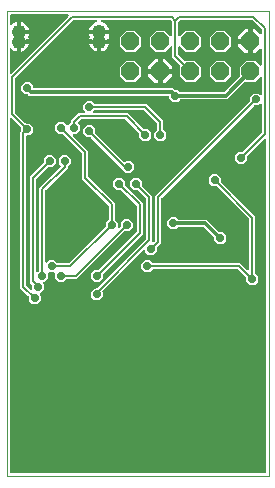
<source format=gbl>
G04 EAGLE Gerber RS-274X export*
G75*
%MOMM*%
%FSLAX34Y34*%
%LPD*%
%INBottom Copper*%
%IPPOS*%
%AMOC8*
5,1,8,0,0,1.08239X$1,22.5*%
G01*
%ADD10C,0.000000*%
%ADD11P,1.649562X8X22.500000*%
%ADD12C,1.228000*%
%ADD13C,0.704800*%
%ADD14C,0.304800*%
%ADD15C,0.203200*%

G36*
X218627Y2549D02*
X218627Y2549D01*
X218685Y2547D01*
X218767Y2569D01*
X218851Y2581D01*
X218904Y2604D01*
X218960Y2619D01*
X219033Y2662D01*
X219110Y2697D01*
X219155Y2735D01*
X219205Y2764D01*
X219263Y2826D01*
X219327Y2880D01*
X219359Y2929D01*
X219399Y2972D01*
X219438Y3047D01*
X219485Y3117D01*
X219502Y3173D01*
X219529Y3225D01*
X219540Y3293D01*
X219570Y3388D01*
X219573Y3488D01*
X219584Y3556D01*
X219584Y284978D01*
X219580Y285007D01*
X219583Y285036D01*
X219560Y285147D01*
X219544Y285259D01*
X219532Y285286D01*
X219527Y285315D01*
X219475Y285415D01*
X219428Y285519D01*
X219409Y285541D01*
X219396Y285567D01*
X219318Y285649D01*
X219245Y285736D01*
X219220Y285752D01*
X219200Y285773D01*
X219102Y285830D01*
X219008Y285893D01*
X218980Y285902D01*
X218955Y285917D01*
X218845Y285945D01*
X218737Y285979D01*
X218707Y285980D01*
X218679Y285987D01*
X218566Y285983D01*
X218453Y285986D01*
X218424Y285979D01*
X218395Y285978D01*
X218287Y285943D01*
X218178Y285914D01*
X218152Y285899D01*
X218124Y285890D01*
X218061Y285845D01*
X217933Y285769D01*
X217890Y285723D01*
X217851Y285695D01*
X203784Y271628D01*
X203731Y271558D01*
X203671Y271494D01*
X203646Y271445D01*
X203613Y271401D01*
X203582Y271319D01*
X203542Y271241D01*
X203534Y271194D01*
X203511Y271135D01*
X203499Y270987D01*
X203486Y270910D01*
X203486Y267784D01*
X200529Y264826D01*
X196346Y264826D01*
X193389Y267784D01*
X193389Y271966D01*
X196346Y274924D01*
X199473Y274924D01*
X199559Y274936D01*
X199647Y274939D01*
X199699Y274956D01*
X199754Y274964D01*
X199834Y274999D01*
X199917Y275026D01*
X199956Y275054D01*
X200013Y275080D01*
X200127Y275176D01*
X200190Y275221D01*
X215731Y290762D01*
X215783Y290831D01*
X215843Y290895D01*
X215869Y290945D01*
X215902Y290989D01*
X215933Y291070D01*
X215973Y291148D01*
X215981Y291196D01*
X216003Y291254D01*
X216015Y291402D01*
X216028Y291479D01*
X216028Y314387D01*
X216024Y314416D01*
X216027Y314446D01*
X216004Y314557D01*
X215988Y314669D01*
X215976Y314695D01*
X215971Y314724D01*
X215918Y314825D01*
X215872Y314928D01*
X215853Y314951D01*
X215840Y314977D01*
X215762Y315059D01*
X215689Y315145D01*
X215664Y315161D01*
X215644Y315183D01*
X215546Y315240D01*
X215452Y315303D01*
X215424Y315312D01*
X215399Y315326D01*
X215289Y315354D01*
X215181Y315389D01*
X215151Y315389D01*
X215123Y315397D01*
X215010Y315393D01*
X214897Y315396D01*
X214868Y315388D01*
X214839Y315387D01*
X214731Y315353D01*
X214622Y315324D01*
X214596Y315309D01*
X214568Y315300D01*
X214504Y315254D01*
X214377Y315179D01*
X214334Y315133D01*
X214295Y315105D01*
X213229Y314039D01*
X210102Y314039D01*
X210016Y314027D01*
X209928Y314024D01*
X209876Y314007D01*
X209821Y313999D01*
X209741Y313963D01*
X209658Y313936D01*
X209619Y313908D01*
X209562Y313883D01*
X209448Y313787D01*
X209385Y313741D01*
X131426Y235782D01*
X131373Y235713D01*
X131313Y235649D01*
X131288Y235599D01*
X131255Y235555D01*
X131224Y235474D01*
X131184Y235396D01*
X131176Y235348D01*
X131153Y235290D01*
X131147Y235218D01*
X131142Y235201D01*
X131141Y235138D01*
X131128Y235065D01*
X131128Y197385D01*
X127584Y193840D01*
X127531Y193771D01*
X127471Y193707D01*
X127446Y193657D01*
X127413Y193613D01*
X127382Y193532D01*
X127342Y193454D01*
X127334Y193406D01*
X127311Y193348D01*
X127299Y193200D01*
X127286Y193123D01*
X127286Y189996D01*
X124329Y187039D01*
X120146Y187039D01*
X117189Y189996D01*
X117189Y190520D01*
X117185Y190549D01*
X117187Y190578D01*
X117165Y190689D01*
X117149Y190801D01*
X117137Y190828D01*
X117131Y190857D01*
X117079Y190957D01*
X117033Y191061D01*
X117014Y191083D01*
X117000Y191109D01*
X116922Y191191D01*
X116849Y191278D01*
X116825Y191294D01*
X116804Y191315D01*
X116707Y191372D01*
X116612Y191435D01*
X116584Y191444D01*
X116559Y191459D01*
X116450Y191487D01*
X116341Y191521D01*
X116312Y191522D01*
X116284Y191529D01*
X116171Y191525D01*
X116057Y191528D01*
X116029Y191521D01*
X115999Y191520D01*
X115892Y191485D01*
X115782Y191456D01*
X115757Y191441D01*
X115729Y191432D01*
X115665Y191387D01*
X115538Y191311D01*
X115495Y191265D01*
X115456Y191237D01*
X81491Y157273D01*
X81455Y157226D01*
X81413Y157185D01*
X81370Y157113D01*
X81320Y157045D01*
X81299Y156991D01*
X81269Y156940D01*
X81249Y156858D01*
X81219Y156780D01*
X81214Y156721D01*
X81199Y156664D01*
X81202Y156580D01*
X81195Y156496D01*
X81207Y156439D01*
X81208Y156380D01*
X81234Y156300D01*
X81249Y156228D01*
X81249Y151896D01*
X78291Y148939D01*
X74109Y148939D01*
X71151Y151896D01*
X71151Y156079D01*
X74109Y159036D01*
X75648Y159036D01*
X75734Y159048D01*
X75822Y159051D01*
X75874Y159068D01*
X75929Y159076D01*
X76009Y159112D01*
X76092Y159139D01*
X76131Y159167D01*
X76188Y159192D01*
X76302Y159288D01*
X76365Y159334D01*
X117812Y200780D01*
X117864Y200850D01*
X117924Y200914D01*
X117950Y200963D01*
X117983Y201007D01*
X118014Y201089D01*
X118054Y201167D01*
X118062Y201214D01*
X118084Y201273D01*
X118090Y201345D01*
X118095Y201362D01*
X118097Y201424D01*
X118109Y201498D01*
X118109Y235065D01*
X118102Y235118D01*
X118103Y235149D01*
X118096Y235173D01*
X118094Y235239D01*
X118077Y235291D01*
X118069Y235346D01*
X118034Y235426D01*
X118007Y235509D01*
X117979Y235548D01*
X117953Y235605D01*
X117857Y235719D01*
X117812Y235782D01*
X111290Y242304D01*
X111221Y242356D01*
X111157Y242416D01*
X111107Y242442D01*
X111063Y242475D01*
X110982Y242506D01*
X110904Y242546D01*
X110856Y242554D01*
X110798Y242576D01*
X110650Y242588D01*
X110573Y242601D01*
X107446Y242601D01*
X104489Y245559D01*
X104489Y249741D01*
X107446Y252699D01*
X111629Y252699D01*
X114586Y249741D01*
X114586Y246615D01*
X114598Y246528D01*
X114601Y246441D01*
X114618Y246388D01*
X114626Y246333D01*
X114662Y246254D01*
X114689Y246170D01*
X114717Y246131D01*
X114742Y246074D01*
X114838Y245961D01*
X114884Y245897D01*
X123191Y237590D01*
X123191Y199085D01*
X123195Y199056D01*
X123192Y199027D01*
X123215Y198916D01*
X123231Y198803D01*
X123243Y198777D01*
X123248Y198748D01*
X123301Y198647D01*
X123347Y198544D01*
X123366Y198522D01*
X123379Y198496D01*
X123457Y198413D01*
X123530Y198327D01*
X123555Y198311D01*
X123575Y198289D01*
X123673Y198232D01*
X123767Y198169D01*
X123795Y198161D01*
X123820Y198146D01*
X123930Y198118D01*
X124038Y198084D01*
X124068Y198083D01*
X124096Y198076D01*
X124209Y198079D01*
X124322Y198076D01*
X124351Y198084D01*
X124380Y198085D01*
X124488Y198120D01*
X124597Y198148D01*
X124623Y198163D01*
X124651Y198172D01*
X124715Y198218D01*
X124842Y198293D01*
X124885Y198339D01*
X124924Y198367D01*
X125749Y199193D01*
X125802Y199262D01*
X125862Y199326D01*
X125887Y199376D01*
X125920Y199420D01*
X125951Y199501D01*
X125991Y199579D01*
X125999Y199627D01*
X126022Y199685D01*
X126034Y199833D01*
X126047Y199910D01*
X126047Y237590D01*
X205791Y317335D01*
X205844Y317404D01*
X205904Y317468D01*
X205929Y317518D01*
X205962Y317562D01*
X205993Y317643D01*
X206033Y317721D01*
X206041Y317769D01*
X206064Y317827D01*
X206076Y317975D01*
X206089Y318052D01*
X206089Y321179D01*
X209046Y324136D01*
X213229Y324136D01*
X214295Y323070D01*
X214319Y323052D01*
X214338Y323030D01*
X214432Y322967D01*
X214522Y322899D01*
X214550Y322889D01*
X214574Y322872D01*
X214682Y322838D01*
X214788Y322798D01*
X214817Y322795D01*
X214845Y322786D01*
X214959Y322784D01*
X215071Y322774D01*
X215100Y322780D01*
X215129Y322779D01*
X215239Y322808D01*
X215350Y322830D01*
X215376Y322844D01*
X215404Y322851D01*
X215502Y322909D01*
X215602Y322961D01*
X215624Y322981D01*
X215649Y322996D01*
X215726Y323079D01*
X215808Y323157D01*
X215823Y323182D01*
X215843Y323204D01*
X215895Y323304D01*
X215952Y323402D01*
X215959Y323431D01*
X215973Y323457D01*
X215986Y323534D01*
X216022Y323678D01*
X216020Y323740D01*
X216028Y323788D01*
X216028Y337170D01*
X216024Y337199D01*
X216027Y337228D01*
X216004Y337339D01*
X215988Y337451D01*
X215976Y337478D01*
X215971Y337507D01*
X215919Y337607D01*
X215872Y337711D01*
X215853Y337733D01*
X215840Y337759D01*
X215762Y337841D01*
X215689Y337928D01*
X215664Y337944D01*
X215644Y337965D01*
X215546Y338022D01*
X215452Y338085D01*
X215424Y338094D01*
X215399Y338109D01*
X215289Y338137D01*
X215181Y338171D01*
X215151Y338172D01*
X215123Y338179D01*
X215010Y338175D01*
X214897Y338178D01*
X214868Y338171D01*
X214839Y338170D01*
X214731Y338135D01*
X214622Y338106D01*
X214596Y338091D01*
X214568Y338082D01*
X214505Y338037D01*
X214377Y337961D01*
X214334Y337916D01*
X214295Y337888D01*
X210163Y333755D01*
X202495Y333755D01*
X202450Y333781D01*
X202369Y333802D01*
X202290Y333832D01*
X202231Y333837D01*
X202175Y333851D01*
X202090Y333849D01*
X202006Y333856D01*
X201949Y333844D01*
X201890Y333842D01*
X201810Y333817D01*
X201728Y333800D01*
X201676Y333773D01*
X201620Y333755D01*
X201564Y333715D01*
X201475Y333669D01*
X201403Y333600D01*
X201347Y333560D01*
X189084Y321297D01*
X189083Y321297D01*
X187000Y319214D01*
X147387Y319214D01*
X147300Y319202D01*
X147213Y319199D01*
X147160Y319182D01*
X147105Y319174D01*
X147025Y319138D01*
X146942Y319111D01*
X146903Y319083D01*
X146846Y319058D01*
X146733Y318962D01*
X146669Y318916D01*
X144966Y317214D01*
X140784Y317214D01*
X137826Y320171D01*
X137826Y321374D01*
X137819Y321425D01*
X137820Y321446D01*
X137819Y321450D01*
X137820Y321490D01*
X137798Y321571D01*
X137786Y321655D01*
X137763Y321708D01*
X137748Y321765D01*
X137705Y321837D01*
X137670Y321914D01*
X137632Y321959D01*
X137603Y322009D01*
X137541Y322067D01*
X137487Y322131D01*
X137438Y322164D01*
X137395Y322204D01*
X137320Y322242D01*
X137250Y322289D01*
X137194Y322307D01*
X137142Y322333D01*
X137074Y322345D01*
X136979Y322375D01*
X136879Y322377D01*
X136811Y322389D01*
X19375Y322389D01*
X18497Y323266D01*
X18427Y323319D01*
X18363Y323379D01*
X18314Y323404D01*
X18270Y323437D01*
X18188Y323468D01*
X18110Y323508D01*
X18063Y323516D01*
X18004Y323539D01*
X17856Y323551D01*
X17779Y323564D01*
X15371Y323564D01*
X12414Y326521D01*
X12414Y330704D01*
X15371Y333661D01*
X19554Y333661D01*
X22511Y330704D01*
X22511Y329501D01*
X22519Y329444D01*
X22518Y329385D01*
X22539Y329304D01*
X22551Y329220D01*
X22575Y329167D01*
X22590Y329110D01*
X22633Y329038D01*
X22667Y328961D01*
X22705Y328916D01*
X22735Y328866D01*
X22797Y328808D01*
X22851Y328744D01*
X22900Y328711D01*
X22942Y328671D01*
X23017Y328633D01*
X23088Y328586D01*
X23143Y328568D01*
X23195Y328542D01*
X23263Y328530D01*
X23359Y328500D01*
X23458Y328498D01*
X23526Y328486D01*
X140963Y328486D01*
X141840Y327609D01*
X141910Y327556D01*
X141974Y327496D01*
X142024Y327471D01*
X142068Y327438D01*
X142149Y327407D01*
X142227Y327367D01*
X142275Y327359D01*
X142333Y327336D01*
X142481Y327324D01*
X142558Y327311D01*
X144966Y327311D01*
X146669Y325609D01*
X146739Y325556D01*
X146803Y325496D01*
X146852Y325471D01*
X146896Y325438D01*
X146978Y325407D01*
X147056Y325367D01*
X147103Y325359D01*
X147162Y325336D01*
X147309Y325324D01*
X147387Y325311D01*
X184054Y325311D01*
X184141Y325323D01*
X184228Y325326D01*
X184281Y325343D01*
X184336Y325351D01*
X184415Y325387D01*
X184499Y325414D01*
X184538Y325442D01*
X184595Y325467D01*
X184708Y325563D01*
X184772Y325609D01*
X197035Y337872D01*
X197052Y337895D01*
X197074Y337913D01*
X197090Y337938D01*
X197113Y337959D01*
X197155Y338031D01*
X197206Y338099D01*
X197217Y338127D01*
X197232Y338150D01*
X197240Y338176D01*
X197256Y338204D01*
X197277Y338286D01*
X197307Y338364D01*
X197310Y338397D01*
X197317Y338421D01*
X197318Y338447D01*
X197326Y338480D01*
X197324Y338564D01*
X197331Y338648D01*
X197324Y338681D01*
X197325Y338705D01*
X197318Y338729D01*
X197317Y338764D01*
X197291Y338844D01*
X197275Y338926D01*
X197259Y338957D01*
X197253Y338980D01*
X197241Y339000D01*
X197230Y339033D01*
X197230Y346688D01*
X202587Y352045D01*
X210163Y352045D01*
X214295Y347912D01*
X214319Y347895D01*
X214338Y347872D01*
X214432Y347810D01*
X214522Y347742D01*
X214550Y347731D01*
X214574Y347715D01*
X214682Y347681D01*
X214788Y347640D01*
X214817Y347638D01*
X214845Y347629D01*
X214959Y347626D01*
X215071Y347617D01*
X215100Y347623D01*
X215129Y347622D01*
X215239Y347650D01*
X215350Y347673D01*
X215376Y347686D01*
X215404Y347694D01*
X215502Y347751D01*
X215602Y347804D01*
X215624Y347824D01*
X215649Y347839D01*
X215726Y347921D01*
X215808Y347999D01*
X215823Y348025D01*
X215843Y348046D01*
X215895Y348147D01*
X215952Y348245D01*
X215959Y348273D01*
X215973Y348299D01*
X215986Y348377D01*
X216022Y348520D01*
X216020Y348583D01*
X216028Y348630D01*
X216028Y361133D01*
X216024Y361162D01*
X216027Y361191D01*
X216004Y361302D01*
X215988Y361414D01*
X215976Y361441D01*
X215971Y361470D01*
X215919Y361570D01*
X215872Y361674D01*
X215853Y361696D01*
X215840Y361722D01*
X215762Y361804D01*
X215689Y361891D01*
X215664Y361907D01*
X215644Y361928D01*
X215546Y361985D01*
X215452Y362048D01*
X215424Y362057D01*
X215399Y362072D01*
X215289Y362100D01*
X215181Y362134D01*
X215151Y362135D01*
X215123Y362142D01*
X215010Y362138D01*
X214897Y362141D01*
X214868Y362134D01*
X214839Y362133D01*
X214731Y362098D01*
X214622Y362070D01*
X214596Y362055D01*
X214568Y362046D01*
X214505Y362000D01*
X214377Y361924D01*
X214334Y361879D01*
X214295Y361851D01*
X210584Y358139D01*
X208406Y358139D01*
X208406Y367284D01*
X208398Y367342D01*
X208400Y367400D01*
X208378Y367482D01*
X208366Y367565D01*
X208342Y367619D01*
X208328Y367675D01*
X208285Y367748D01*
X208250Y367825D01*
X208212Y367869D01*
X208182Y367920D01*
X208121Y367977D01*
X208066Y368042D01*
X208018Y368074D01*
X207975Y368114D01*
X207900Y368153D01*
X207830Y368199D01*
X207774Y368217D01*
X207722Y368244D01*
X207654Y368255D01*
X207559Y368285D01*
X207459Y368288D01*
X207391Y368299D01*
X206374Y368299D01*
X206374Y368301D01*
X207391Y368301D01*
X207449Y368309D01*
X207507Y368308D01*
X207589Y368329D01*
X207672Y368341D01*
X207726Y368365D01*
X207782Y368379D01*
X207855Y368422D01*
X207932Y368457D01*
X207977Y368495D01*
X208027Y368525D01*
X208085Y368586D01*
X208149Y368641D01*
X208181Y368689D01*
X208221Y368732D01*
X208260Y368807D01*
X208306Y368877D01*
X208324Y368933D01*
X208351Y368985D01*
X208362Y369053D01*
X208392Y369148D01*
X208395Y369248D01*
X208406Y369316D01*
X208406Y378461D01*
X210584Y378461D01*
X214295Y374749D01*
X214319Y374732D01*
X214338Y374709D01*
X214432Y374646D01*
X214522Y374578D01*
X214550Y374568D01*
X214574Y374552D01*
X214682Y374517D01*
X214788Y374477D01*
X214817Y374475D01*
X214845Y374466D01*
X214959Y374463D01*
X215071Y374454D01*
X215100Y374459D01*
X215129Y374459D01*
X215239Y374487D01*
X215350Y374509D01*
X215376Y374523D01*
X215404Y374530D01*
X215502Y374588D01*
X215602Y374640D01*
X215624Y374661D01*
X215649Y374676D01*
X215726Y374758D01*
X215808Y374836D01*
X215823Y374862D01*
X215843Y374883D01*
X215895Y374984D01*
X215952Y375082D01*
X215959Y375110D01*
X215973Y375136D01*
X215986Y375213D01*
X216022Y375357D01*
X216020Y375420D01*
X216028Y375467D01*
X216028Y377940D01*
X216016Y378026D01*
X216013Y378114D01*
X215996Y378166D01*
X215988Y378221D01*
X215953Y378301D01*
X215926Y378384D01*
X215898Y378423D01*
X215872Y378480D01*
X215776Y378594D01*
X215731Y378657D01*
X208289Y386099D01*
X208219Y386152D01*
X208155Y386212D01*
X208106Y386237D01*
X208062Y386270D01*
X207980Y386301D01*
X207902Y386341D01*
X207855Y386349D01*
X207796Y386372D01*
X207648Y386384D01*
X207571Y386397D01*
X147523Y386397D01*
X147436Y386385D01*
X147349Y386382D01*
X147296Y386365D01*
X147241Y386357D01*
X147162Y386321D01*
X147078Y386294D01*
X147039Y386266D01*
X146982Y386241D01*
X146869Y386145D01*
X146805Y386099D01*
X145713Y385007D01*
X145661Y384938D01*
X145601Y384874D01*
X145575Y384824D01*
X145542Y384780D01*
X145519Y384718D01*
X145515Y384714D01*
X145510Y384697D01*
X145471Y384621D01*
X145463Y384573D01*
X145441Y384515D01*
X145437Y384465D01*
X145430Y384443D01*
X145428Y384360D01*
X145416Y384290D01*
X145416Y373524D01*
X145420Y373495D01*
X145417Y373466D01*
X145440Y373355D01*
X145456Y373243D01*
X145468Y373216D01*
X145473Y373187D01*
X145525Y373087D01*
X145572Y372983D01*
X145591Y372961D01*
X145604Y372935D01*
X145682Y372853D01*
X145755Y372766D01*
X145780Y372750D01*
X145800Y372729D01*
X145898Y372672D01*
X145992Y372609D01*
X146020Y372600D01*
X146045Y372585D01*
X146155Y372557D01*
X146263Y372523D01*
X146293Y372522D01*
X146321Y372515D01*
X146434Y372519D01*
X146547Y372516D01*
X146576Y372523D01*
X146605Y372524D01*
X146713Y372559D01*
X146822Y372588D01*
X146848Y372603D01*
X146876Y372612D01*
X146939Y372657D01*
X147067Y372733D01*
X147110Y372778D01*
X147149Y372806D01*
X151787Y377445D01*
X159363Y377445D01*
X164720Y372088D01*
X164720Y364512D01*
X159363Y359155D01*
X151787Y359155D01*
X147149Y363794D01*
X147125Y363811D01*
X147106Y363834D01*
X147012Y363896D01*
X146922Y363964D01*
X146894Y363975D01*
X146870Y363991D01*
X146762Y364025D01*
X146656Y364066D01*
X146627Y364068D01*
X146599Y364077D01*
X146485Y364080D01*
X146373Y364089D01*
X146344Y364083D01*
X146315Y364084D01*
X146205Y364056D01*
X146094Y364033D01*
X146068Y364020D01*
X146040Y364012D01*
X145942Y363955D01*
X145842Y363902D01*
X145820Y363882D01*
X145795Y363867D01*
X145718Y363785D01*
X145636Y363707D01*
X145621Y363681D01*
X145601Y363660D01*
X145549Y363559D01*
X145492Y363461D01*
X145485Y363433D01*
X145471Y363407D01*
X145458Y363329D01*
X145422Y363186D01*
X145424Y363123D01*
X145416Y363076D01*
X145416Y357073D01*
X145428Y356986D01*
X145431Y356899D01*
X145448Y356846D01*
X145456Y356791D01*
X145491Y356712D01*
X145518Y356628D01*
X145546Y356589D01*
X145572Y356532D01*
X145668Y356419D01*
X145713Y356355D01*
X150187Y351881D01*
X150234Y351846D01*
X150274Y351803D01*
X150347Y351761D01*
X150415Y351710D01*
X150469Y351689D01*
X150520Y351659D01*
X150601Y351639D01*
X150680Y351609D01*
X150739Y351604D01*
X150795Y351589D01*
X150879Y351592D01*
X150964Y351585D01*
X151021Y351597D01*
X151079Y351598D01*
X151160Y351624D01*
X151242Y351641D01*
X151294Y351668D01*
X151350Y351686D01*
X151406Y351726D01*
X151495Y351772D01*
X151567Y351841D01*
X151623Y351881D01*
X151787Y352045D01*
X159363Y352045D01*
X164720Y346688D01*
X164720Y339112D01*
X159363Y333755D01*
X151787Y333755D01*
X146430Y339112D01*
X146430Y346688D01*
X146594Y346852D01*
X146629Y346899D01*
X146672Y346939D01*
X146714Y347012D01*
X146765Y347079D01*
X146786Y347134D01*
X146816Y347184D01*
X146836Y347266D01*
X146866Y347345D01*
X146871Y347403D01*
X146886Y347460D01*
X146883Y347544D01*
X146890Y347628D01*
X146878Y347685D01*
X146877Y347744D01*
X146851Y347824D01*
X146834Y347907D01*
X146807Y347959D01*
X146789Y348014D01*
X146749Y348071D01*
X146703Y348159D01*
X146634Y348231D01*
X146594Y348288D01*
X140334Y354548D01*
X140334Y363076D01*
X140330Y363105D01*
X140333Y363134D01*
X140310Y363245D01*
X140294Y363357D01*
X140282Y363384D01*
X140277Y363413D01*
X140225Y363513D01*
X140178Y363617D01*
X140159Y363639D01*
X140146Y363665D01*
X140068Y363747D01*
X139995Y363834D01*
X139970Y363850D01*
X139950Y363871D01*
X139852Y363928D01*
X139758Y363991D01*
X139730Y364000D01*
X139705Y364015D01*
X139595Y364043D01*
X139487Y364077D01*
X139457Y364078D01*
X139429Y364085D01*
X139316Y364081D01*
X139203Y364084D01*
X139174Y364077D01*
X139145Y364076D01*
X139037Y364041D01*
X138928Y364012D01*
X138902Y363997D01*
X138874Y363988D01*
X138811Y363943D01*
X138683Y363867D01*
X138640Y363822D01*
X138601Y363794D01*
X133963Y359155D01*
X126387Y359155D01*
X121030Y364512D01*
X121030Y372088D01*
X126387Y377445D01*
X133963Y377445D01*
X138601Y372806D01*
X138625Y372789D01*
X138644Y372766D01*
X138738Y372704D01*
X138828Y372636D01*
X138856Y372625D01*
X138880Y372609D01*
X138988Y372575D01*
X139094Y372534D01*
X139123Y372532D01*
X139151Y372523D01*
X139265Y372520D01*
X139377Y372511D01*
X139406Y372517D01*
X139435Y372516D01*
X139545Y372544D01*
X139656Y372567D01*
X139682Y372580D01*
X139710Y372588D01*
X139808Y372645D01*
X139908Y372698D01*
X139930Y372718D01*
X139955Y372733D01*
X140032Y372815D01*
X140114Y372893D01*
X140129Y372919D01*
X140149Y372940D01*
X140201Y373041D01*
X140258Y373139D01*
X140265Y373167D01*
X140279Y373193D01*
X140292Y373271D01*
X140328Y373414D01*
X140326Y373477D01*
X140334Y373524D01*
X140334Y384290D01*
X140326Y384345D01*
X140328Y384391D01*
X140321Y384417D01*
X140319Y384464D01*
X140302Y384516D01*
X140294Y384571D01*
X140261Y384645D01*
X140256Y384666D01*
X140251Y384674D01*
X140232Y384734D01*
X140204Y384773D01*
X140178Y384830D01*
X140111Y384910D01*
X140111Y384911D01*
X140110Y384911D01*
X140082Y384944D01*
X140037Y385007D01*
X138945Y386099D01*
X138875Y386152D01*
X138811Y386212D01*
X138762Y386237D01*
X138718Y386270D01*
X138636Y386301D01*
X138558Y386341D01*
X138511Y386349D01*
X138452Y386372D01*
X138304Y386384D01*
X138227Y386397D01*
X80923Y386397D01*
X80880Y386391D01*
X80837Y386393D01*
X80740Y386371D01*
X80641Y386357D01*
X80602Y386339D01*
X80560Y386330D01*
X80473Y386281D01*
X80382Y386241D01*
X80349Y386213D01*
X80311Y386192D01*
X80241Y386121D01*
X80165Y386057D01*
X80141Y386021D01*
X80111Y385991D01*
X80063Y385903D01*
X80007Y385820D01*
X79994Y385779D01*
X79974Y385741D01*
X79952Y385644D01*
X79922Y385549D01*
X79921Y385506D01*
X79911Y385464D01*
X79917Y385365D01*
X79914Y385265D01*
X79925Y385223D01*
X79928Y385180D01*
X79961Y385086D01*
X79986Y384990D01*
X80008Y384953D01*
X80023Y384912D01*
X80081Y384831D01*
X80131Y384746D01*
X80163Y384716D01*
X80188Y384681D01*
X80266Y384619D01*
X80339Y384551D01*
X80377Y384532D01*
X80411Y384505D01*
X80483Y384478D01*
X80592Y384422D01*
X80660Y384410D01*
X80725Y384386D01*
X80982Y384335D01*
X82562Y383680D01*
X83984Y382730D01*
X85193Y381521D01*
X86143Y380099D01*
X86797Y378520D01*
X86943Y377787D01*
X83055Y377787D01*
X82928Y377769D01*
X82801Y377754D01*
X82788Y377749D01*
X82774Y377747D01*
X82657Y377694D01*
X82538Y377645D01*
X82527Y377636D01*
X82515Y377631D01*
X82416Y377547D01*
X82316Y377467D01*
X82308Y377456D01*
X82298Y377447D01*
X82226Y377340D01*
X82152Y377235D01*
X82148Y377222D01*
X82140Y377210D01*
X82101Y377088D01*
X82059Y376967D01*
X82058Y376953D01*
X82054Y376939D01*
X82051Y376811D01*
X82044Y376683D01*
X82047Y376669D01*
X82047Y376655D01*
X82079Y376531D01*
X82108Y376406D01*
X82115Y376393D01*
X82119Y376380D01*
X82184Y376270D01*
X82247Y376157D01*
X82256Y376149D01*
X82264Y376136D01*
X82471Y375941D01*
X82483Y375935D01*
X82491Y375927D01*
X83984Y374930D01*
X84428Y374486D01*
X84498Y374433D01*
X84562Y374373D01*
X84611Y374348D01*
X84656Y374315D01*
X84737Y374284D01*
X84815Y374244D01*
X84863Y374236D01*
X84921Y374213D01*
X85069Y374201D01*
X85146Y374188D01*
X86943Y374188D01*
X86797Y373455D01*
X86391Y372476D01*
X86370Y372391D01*
X86339Y372309D01*
X86336Y372280D01*
X86330Y372260D01*
X86329Y372235D01*
X86321Y372201D01*
X86323Y372113D01*
X86316Y372026D01*
X86323Y371995D01*
X86323Y371975D01*
X86328Y371957D01*
X86329Y371917D01*
X86374Y371775D01*
X86391Y371699D01*
X86797Y370720D01*
X86943Y369987D01*
X85146Y369987D01*
X85060Y369975D01*
X84972Y369972D01*
X84920Y369955D01*
X84865Y369947D01*
X84785Y369911D01*
X84702Y369884D01*
X84662Y369856D01*
X84605Y369831D01*
X84492Y369735D01*
X84428Y369689D01*
X83984Y369245D01*
X82491Y368248D01*
X82396Y368162D01*
X82297Y368079D01*
X82290Y368067D01*
X82279Y368058D01*
X82211Y367950D01*
X82140Y367842D01*
X82136Y367829D01*
X82128Y367817D01*
X82093Y367694D01*
X82054Y367571D01*
X82054Y367557D01*
X82050Y367544D01*
X82050Y367416D01*
X82047Y367287D01*
X82050Y367274D01*
X82050Y367260D01*
X82086Y367136D01*
X82119Y367012D01*
X82126Y367000D01*
X82130Y366987D01*
X82198Y366878D01*
X82264Y366768D01*
X82274Y366758D01*
X82281Y366746D01*
X82377Y366661D01*
X82471Y366573D01*
X82484Y366567D01*
X82494Y366558D01*
X82609Y366502D01*
X82724Y366444D01*
X82737Y366442D01*
X82750Y366435D01*
X83031Y366388D01*
X83044Y366390D01*
X83055Y366388D01*
X86943Y366388D01*
X86797Y365655D01*
X86143Y364076D01*
X85193Y362654D01*
X83984Y361445D01*
X82562Y360495D01*
X80982Y359840D01*
X80249Y359695D01*
X80249Y367403D01*
X80241Y367461D01*
X80243Y367520D01*
X80221Y367601D01*
X80209Y367685D01*
X80186Y367738D01*
X80171Y367795D01*
X80128Y367867D01*
X80093Y367944D01*
X80055Y367989D01*
X80026Y368039D01*
X79964Y368097D01*
X79910Y368161D01*
X79874Y368185D01*
X79928Y368242D01*
X79992Y368296D01*
X80024Y368345D01*
X80064Y368388D01*
X80103Y368463D01*
X80150Y368533D01*
X80167Y368589D01*
X80194Y368641D01*
X80205Y368709D01*
X80235Y368804D01*
X80238Y368904D01*
X80249Y368972D01*
X80249Y375203D01*
X80243Y375251D01*
X80243Y375254D01*
X80242Y375258D01*
X80241Y375261D01*
X80243Y375320D01*
X80221Y375401D01*
X80209Y375485D01*
X80186Y375538D01*
X80171Y375595D01*
X80128Y375667D01*
X80093Y375744D01*
X80055Y375789D01*
X80026Y375839D01*
X79964Y375897D01*
X79910Y375961D01*
X79861Y375994D01*
X79818Y376034D01*
X79743Y376072D01*
X79673Y376119D01*
X79617Y376136D01*
X79565Y376163D01*
X79497Y376174D01*
X79402Y376205D01*
X79302Y376207D01*
X79234Y376219D01*
X77666Y376219D01*
X77608Y376210D01*
X77550Y376212D01*
X77468Y376191D01*
X77384Y376179D01*
X77331Y376155D01*
X77275Y376140D01*
X77202Y376097D01*
X77125Y376062D01*
X77080Y376025D01*
X77030Y375995D01*
X76972Y375933D01*
X76908Y375879D01*
X76876Y375830D01*
X76836Y375787D01*
X76797Y375712D01*
X76750Y375642D01*
X76733Y375586D01*
X76706Y375534D01*
X76695Y375466D01*
X76665Y375371D01*
X76662Y375271D01*
X76651Y375203D01*
X76651Y368972D01*
X76659Y368914D01*
X76657Y368855D01*
X76679Y368774D01*
X76691Y368690D01*
X76714Y368637D01*
X76729Y368580D01*
X76772Y368508D01*
X76807Y368431D01*
X76845Y368386D01*
X76874Y368336D01*
X76936Y368278D01*
X76990Y368214D01*
X77026Y368190D01*
X76972Y368133D01*
X76908Y368079D01*
X76876Y368030D01*
X76836Y367987D01*
X76797Y367912D01*
X76750Y367842D01*
X76733Y367786D01*
X76706Y367734D01*
X76695Y367666D01*
X76665Y367571D01*
X76662Y367471D01*
X76651Y367403D01*
X76651Y359695D01*
X75918Y359840D01*
X74338Y360495D01*
X72916Y361445D01*
X71707Y362654D01*
X70757Y364076D01*
X70103Y365655D01*
X69957Y366388D01*
X73845Y366388D01*
X73972Y366406D01*
X74100Y366421D01*
X74112Y366426D01*
X74126Y366428D01*
X74243Y366481D01*
X74362Y366530D01*
X74373Y366539D01*
X74386Y366544D01*
X74483Y366627D01*
X74584Y366708D01*
X74592Y366719D01*
X74603Y366728D01*
X74674Y366835D01*
X74748Y366940D01*
X74752Y366953D01*
X74760Y366965D01*
X74799Y367088D01*
X74841Y367208D01*
X74842Y367222D01*
X74846Y367236D01*
X74849Y367364D01*
X74856Y367492D01*
X74853Y367506D01*
X74853Y367520D01*
X74821Y367644D01*
X74792Y367769D01*
X74785Y367782D01*
X74781Y367795D01*
X74716Y367905D01*
X74653Y368018D01*
X74644Y368026D01*
X74636Y368039D01*
X74429Y368234D01*
X74417Y368240D01*
X74409Y368248D01*
X72916Y369245D01*
X72472Y369689D01*
X72402Y369742D01*
X72338Y369802D01*
X72289Y369827D01*
X72244Y369860D01*
X72163Y369891D01*
X72085Y369931D01*
X72037Y369939D01*
X71979Y369962D01*
X71831Y369974D01*
X71754Y369987D01*
X69957Y369987D01*
X70103Y370720D01*
X70509Y371699D01*
X70530Y371784D01*
X70561Y371866D01*
X70565Y371906D01*
X70570Y371924D01*
X70570Y371939D01*
X70579Y371974D01*
X70577Y372062D01*
X70584Y372149D01*
X70577Y372181D01*
X70577Y372208D01*
X70572Y372228D01*
X70571Y372258D01*
X70533Y372379D01*
X70517Y372439D01*
X70509Y372476D01*
X70103Y373455D01*
X69957Y374188D01*
X71754Y374188D01*
X71840Y374200D01*
X71928Y374203D01*
X71980Y374220D01*
X72035Y374228D01*
X72115Y374264D01*
X72198Y374291D01*
X72238Y374319D01*
X72295Y374344D01*
X72408Y374440D01*
X72472Y374486D01*
X72916Y374930D01*
X74409Y375927D01*
X74505Y376013D01*
X74603Y376096D01*
X74610Y376108D01*
X74621Y376117D01*
X74689Y376226D01*
X74760Y376333D01*
X74764Y376346D01*
X74772Y376358D01*
X74807Y376481D01*
X74846Y376604D01*
X74846Y376618D01*
X74850Y376631D01*
X74850Y376759D01*
X74853Y376888D01*
X74850Y376901D01*
X74850Y376915D01*
X74814Y377039D01*
X74781Y377163D01*
X74774Y377175D01*
X74770Y377188D01*
X74701Y377297D01*
X74636Y377407D01*
X74626Y377417D01*
X74619Y377429D01*
X74522Y377514D01*
X74429Y377602D01*
X74416Y377608D01*
X74406Y377617D01*
X74290Y377673D01*
X74176Y377731D01*
X74163Y377733D01*
X74150Y377740D01*
X73869Y377786D01*
X73856Y377785D01*
X73845Y377787D01*
X69957Y377787D01*
X70103Y378520D01*
X70757Y380099D01*
X71707Y381521D01*
X72916Y382730D01*
X74338Y383680D01*
X75918Y384335D01*
X76175Y384386D01*
X76216Y384400D01*
X76259Y384406D01*
X76349Y384447D01*
X76443Y384480D01*
X76479Y384505D01*
X76518Y384522D01*
X76594Y384587D01*
X76675Y384644D01*
X76702Y384678D01*
X76735Y384706D01*
X76790Y384789D01*
X76852Y384867D01*
X76869Y384907D01*
X76893Y384943D01*
X76923Y385038D01*
X76961Y385130D01*
X76965Y385172D01*
X76978Y385214D01*
X76981Y385313D01*
X76992Y385412D01*
X76985Y385455D01*
X76986Y385498D01*
X76960Y385594D01*
X76944Y385692D01*
X76925Y385731D01*
X76914Y385773D01*
X76863Y385858D01*
X76819Y385948D01*
X76791Y385980D01*
X76769Y386017D01*
X76696Y386086D01*
X76629Y386159D01*
X76593Y386182D01*
X76561Y386212D01*
X76473Y386257D01*
X76388Y386310D01*
X76346Y386322D01*
X76308Y386341D01*
X76233Y386354D01*
X76115Y386387D01*
X76045Y386385D01*
X75977Y386397D01*
X57035Y386397D01*
X56949Y386385D01*
X56861Y386382D01*
X56809Y386365D01*
X56754Y386357D01*
X56674Y386321D01*
X56591Y386294D01*
X56552Y386266D01*
X56495Y386241D01*
X56381Y386145D01*
X56318Y386099D01*
X7601Y337382D01*
X7548Y337313D01*
X7488Y337249D01*
X7463Y337199D01*
X7430Y337155D01*
X7399Y337074D01*
X7359Y336996D01*
X7351Y336948D01*
X7328Y336890D01*
X7316Y336742D01*
X7303Y336665D01*
X7303Y307860D01*
X7315Y307774D01*
X7318Y307686D01*
X7335Y307634D01*
X7343Y307579D01*
X7379Y307499D01*
X7406Y307416D01*
X7434Y307377D01*
X7459Y307320D01*
X7555Y307206D01*
X7601Y307143D01*
X15710Y299034D01*
X15779Y298981D01*
X15843Y298921D01*
X15893Y298896D01*
X15937Y298863D01*
X16018Y298832D01*
X16096Y298792D01*
X16144Y298784D01*
X16202Y298761D01*
X16350Y298749D01*
X16427Y298736D01*
X19554Y298736D01*
X22511Y295779D01*
X22511Y291596D01*
X19554Y288639D01*
X17843Y288639D01*
X17786Y288631D01*
X17727Y288632D01*
X17646Y288611D01*
X17562Y288599D01*
X17509Y288575D01*
X17452Y288560D01*
X17380Y288517D01*
X17303Y288483D01*
X17258Y288445D01*
X17208Y288415D01*
X17150Y288353D01*
X17086Y288299D01*
X17053Y288250D01*
X17013Y288208D01*
X16975Y288133D01*
X16928Y288062D01*
X16910Y288007D01*
X16884Y287955D01*
X16872Y287887D01*
X16842Y287791D01*
X16840Y287692D01*
X16828Y287624D01*
X16828Y161810D01*
X16840Y161724D01*
X16843Y161636D01*
X16860Y161584D01*
X16868Y161529D01*
X16904Y161449D01*
X16931Y161366D01*
X16959Y161327D01*
X16984Y161270D01*
X17080Y161156D01*
X17126Y161093D01*
X20206Y158013D01*
X20229Y157995D01*
X20248Y157972D01*
X20342Y157910D01*
X20433Y157842D01*
X20460Y157831D01*
X20485Y157815D01*
X20593Y157781D01*
X20698Y157740D01*
X20728Y157738D01*
X20756Y157729D01*
X20869Y157726D01*
X20982Y157717D01*
X21010Y157723D01*
X21040Y157722D01*
X21149Y157750D01*
X21261Y157773D01*
X21287Y157786D01*
X21315Y157794D01*
X21412Y157851D01*
X21513Y157904D01*
X21534Y157924D01*
X21559Y157939D01*
X21637Y158021D01*
X21719Y158099D01*
X21734Y158125D01*
X21754Y158146D01*
X21805Y158247D01*
X21863Y158345D01*
X21870Y158373D01*
X21883Y158399D01*
X21896Y158477D01*
X21933Y158620D01*
X21931Y158683D01*
X21939Y158730D01*
X21939Y161373D01*
X21927Y161459D01*
X21924Y161547D01*
X21907Y161599D01*
X21899Y161654D01*
X21863Y161734D01*
X21836Y161817D01*
X21808Y161856D01*
X21783Y161913D01*
X21687Y162027D01*
X21641Y162090D01*
X19684Y164048D01*
X19684Y253465D01*
X31166Y264947D01*
X31219Y265017D01*
X31279Y265081D01*
X31304Y265130D01*
X31337Y265174D01*
X31368Y265256D01*
X31408Y265334D01*
X31416Y265381D01*
X31439Y265440D01*
X31451Y265588D01*
X31464Y265665D01*
X31464Y268791D01*
X34421Y271749D01*
X38604Y271749D01*
X41561Y268791D01*
X41561Y264609D01*
X38604Y261651D01*
X35477Y261651D01*
X35391Y261639D01*
X35303Y261636D01*
X35251Y261619D01*
X35196Y261611D01*
X35116Y261576D01*
X35033Y261549D01*
X34994Y261521D01*
X34937Y261495D01*
X34823Y261399D01*
X34760Y261354D01*
X25063Y251657D01*
X25011Y251588D01*
X24951Y251524D01*
X24925Y251474D01*
X24892Y251430D01*
X24861Y251349D01*
X24821Y251271D01*
X24813Y251223D01*
X24791Y251165D01*
X24779Y251017D01*
X24766Y250940D01*
X24766Y174057D01*
X24770Y174028D01*
X24767Y173998D01*
X24790Y173887D01*
X24806Y173775D01*
X24818Y173749D01*
X24823Y173720D01*
X24876Y173619D01*
X24922Y173516D01*
X24941Y173493D01*
X24954Y173467D01*
X25032Y173385D01*
X25105Y173299D01*
X25130Y173283D01*
X25150Y173261D01*
X25248Y173204D01*
X25342Y173141D01*
X25370Y173132D01*
X25395Y173118D01*
X25505Y173090D01*
X25613Y173055D01*
X25643Y173055D01*
X25671Y173047D01*
X25784Y173051D01*
X25897Y173048D01*
X25926Y173056D01*
X25955Y173057D01*
X26063Y173091D01*
X26172Y173120D01*
X26198Y173135D01*
X26226Y173144D01*
X26290Y173190D01*
X26417Y173265D01*
X26460Y173311D01*
X26499Y173339D01*
X27324Y174164D01*
X27377Y174234D01*
X27437Y174298D01*
X27462Y174347D01*
X27495Y174392D01*
X27526Y174473D01*
X27566Y174551D01*
X27574Y174599D01*
X27597Y174657D01*
X27609Y174805D01*
X27622Y174882D01*
X27622Y243940D01*
X29407Y245726D01*
X45509Y261827D01*
X45544Y261874D01*
X45587Y261914D01*
X45630Y261987D01*
X45680Y262055D01*
X45701Y262109D01*
X45731Y262160D01*
X45751Y262241D01*
X45781Y262320D01*
X45786Y262379D01*
X45801Y262435D01*
X45798Y262520D01*
X45805Y262604D01*
X45793Y262661D01*
X45792Y262719D01*
X45766Y262800D01*
X45749Y262882D01*
X45722Y262934D01*
X45704Y262990D01*
X45664Y263046D01*
X45618Y263135D01*
X45549Y263207D01*
X45509Y263263D01*
X44164Y264609D01*
X44164Y268791D01*
X47121Y271749D01*
X51304Y271749D01*
X54261Y268791D01*
X54261Y264609D01*
X52051Y262398D01*
X51998Y262328D01*
X51938Y262264D01*
X51913Y262215D01*
X51880Y262171D01*
X51849Y262089D01*
X51809Y262011D01*
X51801Y261964D01*
X51778Y261905D01*
X51766Y261758D01*
X51753Y261680D01*
X51753Y260885D01*
X33001Y242132D01*
X32948Y242063D01*
X32888Y241999D01*
X32863Y241949D01*
X32830Y241905D01*
X32799Y241824D01*
X32759Y241746D01*
X32751Y241698D01*
X32728Y241640D01*
X32716Y241492D01*
X32703Y241415D01*
X32703Y181994D01*
X32707Y181965D01*
X32705Y181936D01*
X32727Y181825D01*
X32743Y181713D01*
X32755Y181686D01*
X32761Y181657D01*
X32813Y181557D01*
X32859Y181453D01*
X32878Y181431D01*
X32892Y181405D01*
X32970Y181323D01*
X33043Y181236D01*
X33067Y181220D01*
X33088Y181199D01*
X33185Y181142D01*
X33280Y181079D01*
X33308Y181070D01*
X33333Y181055D01*
X33442Y181027D01*
X33551Y180993D01*
X33580Y180992D01*
X33608Y180985D01*
X33721Y180989D01*
X33835Y180986D01*
X33863Y180993D01*
X33893Y180994D01*
X34000Y181029D01*
X34110Y181057D01*
X34135Y181072D01*
X34163Y181081D01*
X34227Y181127D01*
X34354Y181203D01*
X34397Y181248D01*
X34436Y181276D01*
X36009Y182849D01*
X40191Y182849D01*
X42402Y180638D01*
X42472Y180586D01*
X42536Y180526D01*
X42585Y180500D01*
X42629Y180467D01*
X42711Y180436D01*
X42789Y180396D01*
X42836Y180388D01*
X42895Y180366D01*
X43042Y180354D01*
X43120Y180341D01*
X52502Y180341D01*
X52589Y180353D01*
X52676Y180356D01*
X52729Y180373D01*
X52784Y180381D01*
X52863Y180416D01*
X52947Y180443D01*
X52986Y180471D01*
X53043Y180497D01*
X53156Y180593D01*
X53220Y180638D01*
X83554Y210972D01*
X83569Y210992D01*
X83586Y211007D01*
X83617Y211054D01*
X83666Y211106D01*
X83692Y211155D01*
X83725Y211199D01*
X83739Y211236D01*
X83744Y211243D01*
X83755Y211277D01*
X83756Y211281D01*
X83796Y211359D01*
X83804Y211406D01*
X83826Y211465D01*
X83838Y211613D01*
X83851Y211690D01*
X83851Y214816D01*
X86062Y217027D01*
X86114Y217097D01*
X86174Y217161D01*
X86200Y217210D01*
X86233Y217254D01*
X86264Y217336D01*
X86304Y217414D01*
X86312Y217461D01*
X86334Y217520D01*
X86340Y217588D01*
X86345Y217606D01*
X86347Y217671D01*
X86359Y217745D01*
X86359Y228715D01*
X86347Y228801D01*
X86344Y228889D01*
X86327Y228941D01*
X86319Y228996D01*
X86284Y229076D01*
X86257Y229159D01*
X86229Y229198D01*
X86203Y229255D01*
X86107Y229369D01*
X86062Y229432D01*
X64134Y251360D01*
X64134Y273165D01*
X64122Y273251D01*
X64119Y273339D01*
X64102Y273391D01*
X64094Y273446D01*
X64059Y273526D01*
X64032Y273609D01*
X64004Y273648D01*
X63978Y273705D01*
X63882Y273819D01*
X63837Y273882D01*
X47790Y289929D01*
X47721Y289981D01*
X47657Y290041D01*
X47607Y290067D01*
X47563Y290100D01*
X47482Y290131D01*
X47404Y290171D01*
X47356Y290179D01*
X47298Y290201D01*
X47150Y290213D01*
X47073Y290226D01*
X43946Y290226D01*
X40989Y293184D01*
X40989Y297366D01*
X43946Y300324D01*
X48129Y300324D01*
X50876Y297577D01*
X50923Y297542D01*
X50963Y297499D01*
X51036Y297456D01*
X51103Y297406D01*
X51158Y297385D01*
X51208Y297355D01*
X51290Y297335D01*
X51369Y297305D01*
X51427Y297300D01*
X51484Y297285D01*
X51568Y297288D01*
X51652Y297281D01*
X51709Y297292D01*
X51768Y297294D01*
X51848Y297320D01*
X51931Y297337D01*
X51983Y297364D01*
X52038Y297382D01*
X52095Y297422D01*
X52183Y297468D01*
X52255Y297537D01*
X52312Y297577D01*
X54312Y299577D01*
X54364Y299647D01*
X54424Y299711D01*
X54450Y299760D01*
X54483Y299804D01*
X54514Y299886D01*
X54554Y299964D01*
X54562Y300011D01*
X54584Y300070D01*
X54596Y300217D01*
X54609Y300295D01*
X54609Y301090D01*
X60860Y307341D01*
X65656Y307341D01*
X65685Y307345D01*
X65714Y307342D01*
X65825Y307365D01*
X65937Y307381D01*
X65964Y307393D01*
X65993Y307398D01*
X66093Y307451D01*
X66197Y307497D01*
X66219Y307516D01*
X66245Y307529D01*
X66327Y307607D01*
X66414Y307680D01*
X66430Y307705D01*
X66451Y307725D01*
X66508Y307823D01*
X66571Y307917D01*
X66580Y307945D01*
X66595Y307970D01*
X66623Y308080D01*
X66657Y308188D01*
X66658Y308218D01*
X66665Y308246D01*
X66661Y308359D01*
X66664Y308472D01*
X66657Y308501D01*
X66656Y308530D01*
X66621Y308638D01*
X66593Y308747D01*
X66578Y308773D01*
X66569Y308801D01*
X66523Y308864D01*
X66447Y308992D01*
X66402Y309035D01*
X66374Y309074D01*
X64801Y310646D01*
X64801Y314829D01*
X67759Y317786D01*
X71941Y317786D01*
X74152Y315576D01*
X74222Y315523D01*
X74286Y315463D01*
X74335Y315438D01*
X74379Y315405D01*
X74461Y315374D01*
X74539Y315334D01*
X74586Y315326D01*
X74645Y315303D01*
X74792Y315291D01*
X74870Y315278D01*
X118527Y315278D01*
X132716Y301090D01*
X132716Y293945D01*
X132728Y293858D01*
X132731Y293771D01*
X132748Y293718D01*
X132756Y293663D01*
X132791Y293583D01*
X132818Y293500D01*
X132846Y293461D01*
X132872Y293404D01*
X132947Y293315D01*
X132967Y293282D01*
X132989Y293261D01*
X133013Y293227D01*
X135224Y291016D01*
X135224Y286834D01*
X132266Y283876D01*
X128084Y283876D01*
X125126Y286834D01*
X125126Y291016D01*
X127337Y293227D01*
X127346Y293239D01*
X127350Y293242D01*
X127360Y293258D01*
X127389Y293297D01*
X127449Y293361D01*
X127475Y293410D01*
X127508Y293454D01*
X127539Y293536D01*
X127579Y293614D01*
X127587Y293661D01*
X127609Y293720D01*
X127621Y293867D01*
X127634Y293945D01*
X127634Y298565D01*
X127622Y298651D01*
X127619Y298739D01*
X127602Y298791D01*
X127594Y298846D01*
X127559Y298926D01*
X127532Y299009D01*
X127504Y299048D01*
X127478Y299105D01*
X127382Y299219D01*
X127337Y299282D01*
X116720Y309899D01*
X116650Y309952D01*
X116586Y310012D01*
X116537Y310037D01*
X116493Y310070D01*
X116411Y310101D01*
X116333Y310141D01*
X116286Y310149D01*
X116227Y310172D01*
X116079Y310184D01*
X116002Y310197D01*
X74870Y310197D01*
X74783Y310185D01*
X74696Y310182D01*
X74643Y310165D01*
X74588Y310157D01*
X74508Y310121D01*
X74425Y310094D01*
X74386Y310066D01*
X74329Y310041D01*
X74216Y309945D01*
X74152Y309899D01*
X73326Y309074D01*
X73309Y309050D01*
X73286Y309031D01*
X73224Y308937D01*
X73155Y308847D01*
X73145Y308819D01*
X73129Y308795D01*
X73095Y308687D01*
X73054Y308581D01*
X73052Y308552D01*
X73043Y308524D01*
X73040Y308410D01*
X73031Y308298D01*
X73036Y308269D01*
X73036Y308240D01*
X73064Y308130D01*
X73087Y308019D01*
X73100Y307993D01*
X73107Y307965D01*
X73165Y307867D01*
X73218Y307767D01*
X73238Y307745D01*
X73253Y307720D01*
X73335Y307643D01*
X73413Y307561D01*
X73439Y307546D01*
X73460Y307526D01*
X73561Y307474D01*
X73659Y307417D01*
X73687Y307410D01*
X73713Y307396D01*
X73791Y307383D01*
X73934Y307347D01*
X73997Y307349D01*
X74044Y307341D01*
X102652Y307341D01*
X115722Y294271D01*
X115792Y294219D01*
X115856Y294159D01*
X115905Y294133D01*
X115949Y294100D01*
X116031Y294069D01*
X116109Y294029D01*
X116156Y294021D01*
X116215Y293999D01*
X116363Y293987D01*
X116440Y293974D01*
X119566Y293974D01*
X122524Y291016D01*
X122524Y286834D01*
X119566Y283876D01*
X115384Y283876D01*
X112426Y286834D01*
X112426Y289960D01*
X112414Y290047D01*
X112411Y290134D01*
X112394Y290187D01*
X112386Y290242D01*
X112351Y290321D01*
X112324Y290405D01*
X112296Y290444D01*
X112270Y290501D01*
X112174Y290614D01*
X112129Y290678D01*
X100845Y301962D01*
X100775Y302014D01*
X100711Y302074D01*
X100662Y302100D01*
X100618Y302133D01*
X100536Y302164D01*
X100458Y302204D01*
X100411Y302212D01*
X100352Y302234D01*
X100204Y302246D01*
X100127Y302259D01*
X63385Y302259D01*
X63299Y302247D01*
X63211Y302244D01*
X63159Y302227D01*
X63104Y302219D01*
X63024Y302184D01*
X62941Y302157D01*
X62902Y302129D01*
X62845Y302103D01*
X62731Y302007D01*
X62668Y301962D01*
X60853Y300148D01*
X60818Y300101D01*
X60776Y300061D01*
X60733Y299988D01*
X60682Y299920D01*
X60661Y299866D01*
X60632Y299815D01*
X60611Y299734D01*
X60581Y299655D01*
X60576Y299596D01*
X60562Y299540D01*
X60565Y299455D01*
X60558Y299371D01*
X60569Y299314D01*
X60571Y299256D01*
X60597Y299175D01*
X60613Y299093D01*
X60640Y299041D01*
X60658Y298985D01*
X60698Y298929D01*
X60744Y298840D01*
X60813Y298768D01*
X60853Y298712D01*
X62199Y297366D01*
X62199Y293184D01*
X59241Y290226D01*
X57130Y290226D01*
X57101Y290222D01*
X57072Y290225D01*
X56961Y290202D01*
X56849Y290186D01*
X56822Y290174D01*
X56793Y290169D01*
X56693Y290117D01*
X56589Y290070D01*
X56567Y290051D01*
X56541Y290038D01*
X56459Y289960D01*
X56372Y289887D01*
X56356Y289862D01*
X56335Y289842D01*
X56278Y289744D01*
X56215Y289650D01*
X56206Y289622D01*
X56191Y289597D01*
X56163Y289487D01*
X56129Y289379D01*
X56128Y289349D01*
X56121Y289321D01*
X56125Y289208D01*
X56122Y289095D01*
X56129Y289066D01*
X56130Y289037D01*
X56165Y288929D01*
X56194Y288820D01*
X56209Y288794D01*
X56218Y288766D01*
X56263Y288703D01*
X56339Y288575D01*
X56385Y288532D01*
X56413Y288493D01*
X67430Y277476D01*
X67430Y277475D01*
X69216Y275690D01*
X69216Y253885D01*
X69228Y253799D01*
X69231Y253711D01*
X69248Y253659D01*
X69256Y253604D01*
X69291Y253524D01*
X69318Y253441D01*
X69346Y253402D01*
X69372Y253345D01*
X69468Y253231D01*
X69513Y253168D01*
X91441Y231240D01*
X91441Y217745D01*
X91448Y217691D01*
X91447Y217657D01*
X91454Y217633D01*
X91456Y217571D01*
X91473Y217518D01*
X91481Y217463D01*
X91516Y217383D01*
X91543Y217300D01*
X91571Y217261D01*
X91597Y217204D01*
X91693Y217091D01*
X91738Y217027D01*
X93949Y214816D01*
X93949Y211118D01*
X93953Y211089D01*
X93950Y211060D01*
X93973Y210949D01*
X93989Y210836D01*
X94001Y210810D01*
X94006Y210781D01*
X94058Y210680D01*
X94105Y210577D01*
X94124Y210555D01*
X94137Y210529D01*
X94215Y210446D01*
X94288Y210360D01*
X94313Y210344D01*
X94333Y210322D01*
X94431Y210265D01*
X94525Y210202D01*
X94553Y210194D01*
X94578Y210179D01*
X94688Y210151D01*
X94796Y210117D01*
X94826Y210116D01*
X94854Y210109D01*
X94967Y210112D01*
X95080Y210109D01*
X95109Y210117D01*
X95138Y210118D01*
X95246Y210153D01*
X95355Y210181D01*
X95381Y210196D01*
X95409Y210205D01*
X95472Y210251D01*
X95600Y210326D01*
X95643Y210372D01*
X95682Y210400D01*
X96254Y210972D01*
X96269Y210992D01*
X96286Y211007D01*
X96317Y211054D01*
X96366Y211106D01*
X96392Y211155D01*
X96425Y211199D01*
X96439Y211236D01*
X96444Y211243D01*
X96455Y211278D01*
X96456Y211281D01*
X96496Y211359D01*
X96504Y211406D01*
X96526Y211465D01*
X96538Y211613D01*
X96551Y211690D01*
X96551Y214816D01*
X99509Y217774D01*
X103691Y217774D01*
X106649Y214816D01*
X106649Y210634D01*
X103691Y207676D01*
X100565Y207676D01*
X100478Y207664D01*
X100391Y207661D01*
X100338Y207644D01*
X100283Y207636D01*
X100204Y207601D01*
X100120Y207574D01*
X100081Y207546D01*
X100024Y207520D01*
X99911Y207424D01*
X99847Y207379D01*
X59790Y167322D01*
X51057Y167322D01*
X50971Y167310D01*
X50883Y167307D01*
X50831Y167290D01*
X50776Y167282D01*
X50696Y167246D01*
X50613Y167219D01*
X50573Y167191D01*
X50516Y167166D01*
X50403Y167070D01*
X50339Y167024D01*
X48129Y164814D01*
X43946Y164814D01*
X40989Y167771D01*
X40989Y171736D01*
X40981Y171794D01*
X40982Y171852D01*
X40961Y171934D01*
X40949Y172018D01*
X40925Y172071D01*
X40910Y172127D01*
X40867Y172200D01*
X40833Y172277D01*
X40795Y172322D01*
X40765Y172372D01*
X40703Y172430D01*
X40649Y172494D01*
X40600Y172526D01*
X40558Y172566D01*
X40483Y172605D01*
X40412Y172652D01*
X40357Y172669D01*
X40305Y172696D01*
X40237Y172707D01*
X40141Y172737D01*
X40042Y172740D01*
X39974Y172751D01*
X36226Y172751D01*
X36169Y172743D01*
X36110Y172745D01*
X36029Y172723D01*
X35945Y172711D01*
X35892Y172688D01*
X35835Y172673D01*
X35763Y172630D01*
X35686Y172595D01*
X35641Y172557D01*
X35591Y172528D01*
X35533Y172466D01*
X35469Y172412D01*
X35436Y172363D01*
X35396Y172320D01*
X35358Y172245D01*
X35311Y172175D01*
X35293Y172119D01*
X35267Y172067D01*
X35255Y171999D01*
X35225Y171904D01*
X35223Y171804D01*
X35211Y171736D01*
X35211Y167771D01*
X32254Y164814D01*
X32102Y164814D01*
X32073Y164810D01*
X32044Y164812D01*
X31933Y164790D01*
X31821Y164774D01*
X31794Y164762D01*
X31765Y164756D01*
X31665Y164704D01*
X31561Y164658D01*
X31539Y164639D01*
X31513Y164625D01*
X31431Y164547D01*
X31344Y164474D01*
X31328Y164450D01*
X31307Y164429D01*
X31250Y164332D01*
X31187Y164237D01*
X31178Y164209D01*
X31163Y164184D01*
X31135Y164074D01*
X31101Y163966D01*
X31100Y163937D01*
X31093Y163909D01*
X31097Y163796D01*
X31094Y163682D01*
X31101Y163654D01*
X31102Y163624D01*
X31137Y163516D01*
X31165Y163407D01*
X31180Y163382D01*
X31189Y163354D01*
X31235Y163290D01*
X31311Y163163D01*
X31356Y163120D01*
X31384Y163081D01*
X32036Y162429D01*
X32036Y158246D01*
X29079Y155289D01*
X28927Y155289D01*
X28898Y155285D01*
X28869Y155287D01*
X28758Y155265D01*
X28646Y155249D01*
X28619Y155237D01*
X28590Y155231D01*
X28490Y155179D01*
X28386Y155133D01*
X28364Y155114D01*
X28338Y155100D01*
X28256Y155022D01*
X28169Y154949D01*
X28153Y154925D01*
X28132Y154904D01*
X28075Y154807D01*
X28012Y154712D01*
X28003Y154684D01*
X27988Y154659D01*
X27960Y154549D01*
X27926Y154441D01*
X27925Y154412D01*
X27918Y154384D01*
X27922Y154271D01*
X27919Y154157D01*
X27926Y154129D01*
X27927Y154099D01*
X27962Y153991D01*
X27990Y153882D01*
X28005Y153857D01*
X28014Y153829D01*
X28060Y153765D01*
X28136Y153638D01*
X28181Y153595D01*
X28209Y153556D01*
X28861Y152904D01*
X28861Y148721D01*
X25904Y145764D01*
X21721Y145764D01*
X18764Y148721D01*
X18764Y151848D01*
X18757Y151895D01*
X18757Y151899D01*
X18756Y151904D01*
X18752Y151934D01*
X18749Y152022D01*
X18732Y152074D01*
X18724Y152129D01*
X18688Y152209D01*
X18661Y152292D01*
X18633Y152331D01*
X18608Y152388D01*
X18512Y152502D01*
X18466Y152565D01*
X11747Y159285D01*
X11747Y291565D01*
X12116Y291935D01*
X12169Y292004D01*
X12229Y292068D01*
X12254Y292118D01*
X12287Y292162D01*
X12318Y292243D01*
X12358Y292321D01*
X12366Y292369D01*
X12389Y292427D01*
X12401Y292575D01*
X12414Y292652D01*
X12414Y294723D01*
X12402Y294809D01*
X12399Y294897D01*
X12382Y294949D01*
X12374Y295004D01*
X12338Y295084D01*
X12311Y295167D01*
X12283Y295206D01*
X12258Y295263D01*
X12162Y295377D01*
X12116Y295440D01*
X4274Y303283D01*
X4250Y303301D01*
X4231Y303323D01*
X4137Y303386D01*
X4047Y303454D01*
X4019Y303464D01*
X3995Y303481D01*
X3887Y303515D01*
X3781Y303555D01*
X3752Y303558D01*
X3724Y303566D01*
X3610Y303569D01*
X3498Y303579D01*
X3469Y303573D01*
X3440Y303574D01*
X3330Y303545D01*
X3219Y303523D01*
X3193Y303509D01*
X3165Y303502D01*
X3067Y303444D01*
X2967Y303392D01*
X2945Y303372D01*
X2920Y303357D01*
X2843Y303274D01*
X2761Y303196D01*
X2746Y303171D01*
X2726Y303149D01*
X2674Y303048D01*
X2617Y302951D01*
X2610Y302922D01*
X2596Y302896D01*
X2583Y302819D01*
X2547Y302675D01*
X2549Y302613D01*
X2541Y302565D01*
X2541Y3556D01*
X2549Y3498D01*
X2547Y3440D01*
X2569Y3358D01*
X2581Y3274D01*
X2604Y3221D01*
X2619Y3165D01*
X2662Y3092D01*
X2697Y3015D01*
X2735Y2970D01*
X2764Y2920D01*
X2826Y2862D01*
X2880Y2798D01*
X2929Y2766D01*
X2972Y2726D01*
X3047Y2687D01*
X3117Y2640D01*
X3173Y2623D01*
X3225Y2596D01*
X3293Y2585D01*
X3388Y2555D01*
X3488Y2552D01*
X3556Y2541D01*
X218569Y2541D01*
X218627Y2549D01*
G37*
G36*
X3559Y340954D02*
X3559Y340954D01*
X3672Y340951D01*
X3701Y340959D01*
X3730Y340960D01*
X3838Y340995D01*
X3947Y341023D01*
X3973Y341038D01*
X4001Y341047D01*
X4064Y341093D01*
X4192Y341168D01*
X4235Y341214D01*
X4274Y341242D01*
X52358Y389326D01*
X52376Y389350D01*
X52398Y389369D01*
X52461Y389463D01*
X52529Y389553D01*
X52539Y389581D01*
X52556Y389605D01*
X52590Y389713D01*
X52630Y389819D01*
X52633Y389848D01*
X52641Y389876D01*
X52644Y389990D01*
X52654Y390102D01*
X52648Y390131D01*
X52649Y390160D01*
X52620Y390270D01*
X52598Y390381D01*
X52584Y390407D01*
X52577Y390435D01*
X52519Y390533D01*
X52467Y390633D01*
X52447Y390655D01*
X52432Y390680D01*
X52349Y390757D01*
X52271Y390839D01*
X52246Y390854D01*
X52224Y390874D01*
X52123Y390926D01*
X52026Y390983D01*
X51997Y390990D01*
X51971Y391004D01*
X51894Y391017D01*
X51750Y391053D01*
X51688Y391051D01*
X51640Y391059D01*
X3556Y391059D01*
X3498Y391051D01*
X3440Y391053D01*
X3358Y391031D01*
X3274Y391019D01*
X3221Y390996D01*
X3165Y390981D01*
X3092Y390938D01*
X3015Y390903D01*
X2970Y390865D01*
X2920Y390836D01*
X2862Y390774D01*
X2798Y390720D01*
X2766Y390671D01*
X2726Y390628D01*
X2687Y390553D01*
X2640Y390483D01*
X2623Y390427D01*
X2596Y390375D01*
X2585Y390307D01*
X2555Y390212D01*
X2552Y390112D01*
X2541Y390044D01*
X2541Y382806D01*
X2545Y382777D01*
X2542Y382747D01*
X2565Y382636D01*
X2581Y382524D01*
X2593Y382497D01*
X2598Y382469D01*
X2651Y382368D01*
X2697Y382265D01*
X2716Y382242D01*
X2729Y382216D01*
X2807Y382134D01*
X2880Y382048D01*
X2905Y382031D01*
X2925Y382010D01*
X3023Y381953D01*
X3117Y381890D01*
X3145Y381881D01*
X3170Y381866D01*
X3280Y381839D01*
X3388Y381804D01*
X3418Y381804D01*
X3446Y381796D01*
X3559Y381800D01*
X3672Y381797D01*
X3701Y381804D01*
X3730Y381805D01*
X3838Y381840D01*
X3947Y381869D01*
X3973Y381884D01*
X4001Y381893D01*
X4065Y381939D01*
X4192Y382014D01*
X4235Y382060D01*
X4274Y382088D01*
X4916Y382730D01*
X6338Y383680D01*
X7918Y384335D01*
X8651Y384480D01*
X8651Y376772D01*
X8659Y376714D01*
X8657Y376655D01*
X8679Y376574D01*
X8691Y376490D01*
X8714Y376437D01*
X8729Y376380D01*
X8772Y376308D01*
X8807Y376231D01*
X8845Y376186D01*
X8874Y376136D01*
X8936Y376078D01*
X8990Y376014D01*
X9026Y375990D01*
X8972Y375933D01*
X8908Y375879D01*
X8876Y375830D01*
X8836Y375787D01*
X8797Y375712D01*
X8750Y375642D01*
X8733Y375586D01*
X8706Y375534D01*
X8695Y375466D01*
X8665Y375371D01*
X8662Y375271D01*
X8651Y375203D01*
X8651Y368972D01*
X8659Y368914D01*
X8657Y368855D01*
X8679Y368774D01*
X8691Y368690D01*
X8714Y368637D01*
X8729Y368580D01*
X8772Y368508D01*
X8807Y368431D01*
X8845Y368386D01*
X8874Y368336D01*
X8936Y368278D01*
X8990Y368214D01*
X9026Y368190D01*
X8972Y368133D01*
X8908Y368079D01*
X8876Y368030D01*
X8836Y367987D01*
X8797Y367912D01*
X8750Y367842D01*
X8733Y367786D01*
X8706Y367734D01*
X8695Y367666D01*
X8665Y367571D01*
X8662Y367471D01*
X8651Y367403D01*
X8651Y359695D01*
X7918Y359840D01*
X6338Y360495D01*
X4916Y361445D01*
X4274Y362087D01*
X4250Y362105D01*
X4231Y362127D01*
X4137Y362190D01*
X4047Y362258D01*
X4019Y362269D01*
X3995Y362285D01*
X3887Y362319D01*
X3781Y362359D01*
X3752Y362362D01*
X3724Y362371D01*
X3610Y362374D01*
X3498Y362383D01*
X3469Y362377D01*
X3440Y362378D01*
X3330Y362349D01*
X3219Y362327D01*
X3193Y362313D01*
X3165Y362306D01*
X3067Y362248D01*
X2967Y362196D01*
X2945Y362176D01*
X2920Y362161D01*
X2843Y362078D01*
X2761Y362000D01*
X2746Y361975D01*
X2726Y361954D01*
X2674Y361853D01*
X2617Y361755D01*
X2610Y361727D01*
X2596Y361700D01*
X2583Y361623D01*
X2547Y361479D01*
X2549Y361417D01*
X2541Y361369D01*
X2541Y341960D01*
X2545Y341931D01*
X2542Y341902D01*
X2565Y341791D01*
X2581Y341678D01*
X2593Y341652D01*
X2598Y341623D01*
X2650Y341522D01*
X2697Y341419D01*
X2716Y341397D01*
X2729Y341371D01*
X2807Y341288D01*
X2880Y341202D01*
X2905Y341186D01*
X2925Y341164D01*
X3023Y341107D01*
X3117Y341044D01*
X3145Y341036D01*
X3170Y341021D01*
X3280Y340993D01*
X3388Y340959D01*
X3418Y340958D01*
X3446Y340951D01*
X3559Y340954D01*
G37*
%LPC*%
G36*
X205871Y161639D02*
X205871Y161639D01*
X202914Y164596D01*
X202914Y167723D01*
X202902Y167809D01*
X202899Y167897D01*
X202882Y167949D01*
X202874Y168004D01*
X202838Y168084D01*
X202811Y168167D01*
X202783Y168206D01*
X202758Y168263D01*
X202662Y168377D01*
X202616Y168440D01*
X196095Y174962D01*
X196025Y175014D01*
X195961Y175074D01*
X195912Y175100D01*
X195868Y175133D01*
X195786Y175164D01*
X195708Y175204D01*
X195661Y175212D01*
X195602Y175234D01*
X195454Y175246D01*
X195377Y175259D01*
X124082Y175259D01*
X123996Y175247D01*
X123908Y175244D01*
X123856Y175227D01*
X123801Y175219D01*
X123721Y175184D01*
X123638Y175157D01*
X123598Y175129D01*
X123541Y175103D01*
X123428Y175007D01*
X123364Y174962D01*
X121154Y172751D01*
X116971Y172751D01*
X114014Y175709D01*
X114014Y179891D01*
X116971Y182849D01*
X121154Y182849D01*
X123364Y180638D01*
X123434Y180586D01*
X123498Y180526D01*
X123547Y180500D01*
X123592Y180467D01*
X123673Y180436D01*
X123751Y180396D01*
X123799Y180388D01*
X123857Y180366D01*
X124005Y180354D01*
X124082Y180341D01*
X197902Y180341D01*
X199688Y178555D01*
X203689Y174555D01*
X203712Y174537D01*
X203731Y174514D01*
X203825Y174452D01*
X203916Y174384D01*
X203943Y174373D01*
X203968Y174357D01*
X204076Y174323D01*
X204181Y174282D01*
X204211Y174280D01*
X204239Y174271D01*
X204352Y174268D01*
X204465Y174259D01*
X204493Y174265D01*
X204523Y174264D01*
X204632Y174292D01*
X204744Y174315D01*
X204770Y174328D01*
X204798Y174336D01*
X204895Y174393D01*
X204996Y174446D01*
X205017Y174466D01*
X205042Y174481D01*
X205120Y174563D01*
X205202Y174641D01*
X205217Y174667D01*
X205237Y174688D01*
X205288Y174789D01*
X205346Y174887D01*
X205353Y174915D01*
X205366Y174941D01*
X205379Y175019D01*
X205416Y175162D01*
X205414Y175225D01*
X205422Y175272D01*
X205422Y217602D01*
X205410Y217689D01*
X205407Y217776D01*
X205390Y217829D01*
X205382Y217884D01*
X205346Y217963D01*
X205319Y218047D01*
X205291Y218086D01*
X205266Y218143D01*
X205170Y218256D01*
X205124Y218320D01*
X177965Y245479D01*
X177896Y245531D01*
X177832Y245591D01*
X177782Y245617D01*
X177738Y245650D01*
X177657Y245681D01*
X177579Y245721D01*
X177531Y245729D01*
X177473Y245751D01*
X177325Y245763D01*
X177248Y245776D01*
X174121Y245776D01*
X171164Y248734D01*
X171164Y252916D01*
X174121Y255874D01*
X178304Y255874D01*
X181261Y252916D01*
X181261Y249790D01*
X181273Y249703D01*
X181276Y249616D01*
X181293Y249563D01*
X181301Y249508D01*
X181337Y249429D01*
X181364Y249345D01*
X181392Y249306D01*
X181417Y249249D01*
X181513Y249136D01*
X181559Y249072D01*
X210503Y220127D01*
X210503Y171707D01*
X210515Y171621D01*
X210518Y171533D01*
X210535Y171481D01*
X210543Y171426D01*
X210579Y171346D01*
X210606Y171263D01*
X210634Y171223D01*
X210659Y171166D01*
X210755Y171053D01*
X210801Y170989D01*
X213011Y168779D01*
X213011Y164596D01*
X210054Y161639D01*
X205871Y161639D01*
G37*
%LPD*%
%LPC*%
G36*
X74109Y164814D02*
X74109Y164814D01*
X71151Y167771D01*
X71151Y171954D01*
X74109Y174911D01*
X77235Y174911D01*
X77322Y174923D01*
X77409Y174926D01*
X77462Y174943D01*
X77517Y174951D01*
X77596Y174987D01*
X77680Y175014D01*
X77719Y175042D01*
X77776Y175067D01*
X77889Y175163D01*
X77953Y175209D01*
X109874Y207130D01*
X109927Y207200D01*
X109987Y207264D01*
X110012Y207313D01*
X110045Y207357D01*
X110076Y207439D01*
X110116Y207517D01*
X110124Y207564D01*
X110147Y207623D01*
X110159Y207771D01*
X110172Y207848D01*
X110172Y228715D01*
X110160Y228801D01*
X110157Y228889D01*
X110140Y228941D01*
X110132Y228996D01*
X110096Y229076D01*
X110069Y229159D01*
X110041Y229198D01*
X110016Y229255D01*
X109920Y229369D01*
X109874Y229432D01*
X97003Y242304D01*
X96933Y242356D01*
X96869Y242416D01*
X96820Y242442D01*
X96776Y242475D01*
X96694Y242506D01*
X96616Y242546D01*
X96569Y242554D01*
X96510Y242576D01*
X96362Y242588D01*
X96285Y242601D01*
X93159Y242601D01*
X90201Y245559D01*
X90201Y249741D01*
X93159Y252699D01*
X97341Y252699D01*
X100299Y249741D01*
X100299Y246615D01*
X100311Y246528D01*
X100314Y246441D01*
X100331Y246388D01*
X100339Y246333D01*
X100374Y246254D01*
X100401Y246170D01*
X100429Y246131D01*
X100455Y246074D01*
X100551Y245961D01*
X100596Y245897D01*
X115253Y231240D01*
X115253Y205323D01*
X81546Y171615D01*
X81494Y171546D01*
X81434Y171482D01*
X81408Y171432D01*
X81375Y171388D01*
X81344Y171307D01*
X81304Y171229D01*
X81296Y171181D01*
X81274Y171123D01*
X81262Y170975D01*
X81249Y170898D01*
X81249Y167771D01*
X78291Y164814D01*
X74109Y164814D01*
G37*
%LPD*%
%LPC*%
G36*
X178884Y196564D02*
X178884Y196564D01*
X175926Y199521D01*
X175926Y201929D01*
X175914Y202016D01*
X175911Y202103D01*
X175894Y202156D01*
X175886Y202211D01*
X175851Y202290D01*
X175824Y202374D01*
X175796Y202413D01*
X175770Y202470D01*
X175674Y202583D01*
X175629Y202647D01*
X167310Y210966D01*
X167240Y211019D01*
X167176Y211079D01*
X167126Y211104D01*
X167082Y211137D01*
X167001Y211168D01*
X166923Y211208D01*
X166875Y211216D01*
X166817Y211239D01*
X166669Y211251D01*
X166592Y211264D01*
X145799Y211264D01*
X145713Y211252D01*
X145625Y211249D01*
X145573Y211232D01*
X145518Y211224D01*
X145438Y211188D01*
X145355Y211161D01*
X145315Y211133D01*
X145258Y211108D01*
X145145Y211012D01*
X145081Y210966D01*
X143379Y209264D01*
X139196Y209264D01*
X136239Y212221D01*
X136239Y216404D01*
X139196Y219361D01*
X143379Y219361D01*
X145081Y217659D01*
X145151Y217606D01*
X145215Y217546D01*
X145264Y217521D01*
X145309Y217488D01*
X145390Y217457D01*
X145468Y217417D01*
X145516Y217409D01*
X145574Y217386D01*
X145722Y217374D01*
X145799Y217361D01*
X169538Y217361D01*
X179940Y206959D01*
X180010Y206906D01*
X180074Y206846D01*
X180124Y206821D01*
X180168Y206788D01*
X180249Y206757D01*
X180327Y206717D01*
X180375Y206709D01*
X180433Y206686D01*
X180581Y206674D01*
X180658Y206661D01*
X183066Y206661D01*
X186024Y203704D01*
X186024Y199521D01*
X183066Y196564D01*
X178884Y196564D01*
G37*
%LPD*%
%LPC*%
G36*
X101096Y256889D02*
X101096Y256889D01*
X98131Y259854D01*
X98127Y259884D01*
X98124Y259972D01*
X98107Y260024D01*
X98099Y260079D01*
X98063Y260159D01*
X98036Y260242D01*
X98008Y260281D01*
X97983Y260338D01*
X97887Y260452D01*
X97841Y260515D01*
X71603Y286754D01*
X71533Y286806D01*
X71469Y286866D01*
X71420Y286892D01*
X71376Y286925D01*
X71294Y286956D01*
X71216Y286996D01*
X71169Y287004D01*
X71110Y287026D01*
X70962Y287038D01*
X70885Y287051D01*
X67759Y287051D01*
X64801Y290009D01*
X64801Y294191D01*
X67759Y297149D01*
X71941Y297149D01*
X74899Y294191D01*
X74899Y291065D01*
X74911Y290978D01*
X74914Y290891D01*
X74931Y290838D01*
X74939Y290783D01*
X74974Y290704D01*
X75001Y290620D01*
X75029Y290581D01*
X75055Y290524D01*
X75151Y290411D01*
X75196Y290347D01*
X99109Y266434D01*
X99155Y266399D01*
X99196Y266357D01*
X99268Y266314D01*
X99336Y266264D01*
X99390Y266243D01*
X99441Y266213D01*
X99523Y266192D01*
X99602Y266162D01*
X99660Y266157D01*
X99716Y266143D01*
X99801Y266146D01*
X99885Y266139D01*
X99942Y266150D01*
X100001Y266152D01*
X100081Y266178D01*
X100164Y266195D01*
X100215Y266222D01*
X100271Y266240D01*
X100327Y266280D01*
X100416Y266326D01*
X100488Y266394D01*
X100544Y266434D01*
X101096Y266986D01*
X105279Y266986D01*
X108236Y264029D01*
X108236Y259846D01*
X105279Y256889D01*
X101096Y256889D01*
G37*
%LPD*%
%LPC*%
G36*
X100987Y359155D02*
X100987Y359155D01*
X95630Y364512D01*
X95630Y372088D01*
X100987Y377445D01*
X108563Y377445D01*
X113920Y372088D01*
X113920Y364512D01*
X108563Y359155D01*
X100987Y359155D01*
G37*
%LPD*%
%LPC*%
G36*
X177187Y359155D02*
X177187Y359155D01*
X171830Y364512D01*
X171830Y372088D01*
X177187Y377445D01*
X184763Y377445D01*
X190120Y372088D01*
X190120Y364512D01*
X184763Y359155D01*
X177187Y359155D01*
G37*
%LPD*%
%LPC*%
G36*
X177187Y333755D02*
X177187Y333755D01*
X171830Y339112D01*
X171830Y346688D01*
X177187Y352045D01*
X184763Y352045D01*
X190120Y346688D01*
X190120Y339112D01*
X184763Y333755D01*
X177187Y333755D01*
G37*
%LPD*%
%LPC*%
G36*
X100987Y333755D02*
X100987Y333755D01*
X95630Y339112D01*
X95630Y346688D01*
X100987Y352045D01*
X108563Y352045D01*
X113920Y346688D01*
X113920Y339112D01*
X108563Y333755D01*
X100987Y333755D01*
G37*
%LPD*%
%LPC*%
G36*
X12249Y367403D02*
X12249Y367403D01*
X12241Y367461D01*
X12243Y367520D01*
X12221Y367601D01*
X12209Y367685D01*
X12186Y367738D01*
X12171Y367795D01*
X12128Y367867D01*
X12093Y367944D01*
X12055Y367989D01*
X12026Y368039D01*
X11964Y368097D01*
X11910Y368161D01*
X11874Y368185D01*
X11928Y368242D01*
X11992Y368296D01*
X12024Y368345D01*
X12064Y368388D01*
X12103Y368463D01*
X12150Y368533D01*
X12167Y368589D01*
X12194Y368641D01*
X12205Y368709D01*
X12235Y368804D01*
X12238Y368904D01*
X12249Y368972D01*
X12249Y375203D01*
X12243Y375251D01*
X12243Y375254D01*
X12242Y375258D01*
X12241Y375261D01*
X12243Y375320D01*
X12221Y375401D01*
X12209Y375485D01*
X12186Y375538D01*
X12171Y375595D01*
X12128Y375667D01*
X12093Y375744D01*
X12055Y375789D01*
X12026Y375839D01*
X11964Y375897D01*
X11910Y375961D01*
X11874Y375985D01*
X11928Y376042D01*
X11992Y376096D01*
X12024Y376145D01*
X12064Y376188D01*
X12103Y376263D01*
X12150Y376333D01*
X12167Y376389D01*
X12194Y376441D01*
X12205Y376509D01*
X12235Y376604D01*
X12238Y376704D01*
X12249Y376772D01*
X12249Y384480D01*
X12982Y384335D01*
X14562Y383680D01*
X15984Y382730D01*
X17193Y381521D01*
X18143Y380099D01*
X18797Y378520D01*
X18943Y377787D01*
X15055Y377787D01*
X14928Y377769D01*
X14800Y377754D01*
X14788Y377749D01*
X14774Y377747D01*
X14657Y377694D01*
X14538Y377645D01*
X14527Y377636D01*
X14514Y377631D01*
X14416Y377547D01*
X14316Y377467D01*
X14308Y377456D01*
X14297Y377447D01*
X14226Y377340D01*
X14152Y377235D01*
X14148Y377222D01*
X14140Y377210D01*
X14101Y377087D01*
X14059Y376966D01*
X14058Y376953D01*
X14054Y376939D01*
X14051Y376811D01*
X14044Y376683D01*
X14047Y376669D01*
X14047Y376655D01*
X14079Y376531D01*
X14108Y376406D01*
X14115Y376394D01*
X14119Y376380D01*
X14184Y376270D01*
X14247Y376157D01*
X14256Y376149D01*
X14264Y376136D01*
X14471Y375941D01*
X14483Y375935D01*
X14491Y375927D01*
X15984Y374930D01*
X16428Y374486D01*
X16498Y374433D01*
X16562Y374373D01*
X16611Y374348D01*
X16656Y374315D01*
X16737Y374284D01*
X16815Y374244D01*
X16863Y374236D01*
X16921Y374213D01*
X17069Y374201D01*
X17146Y374188D01*
X18943Y374188D01*
X18797Y373455D01*
X18391Y372476D01*
X18370Y372391D01*
X18339Y372309D01*
X18336Y372280D01*
X18330Y372260D01*
X18329Y372235D01*
X18321Y372201D01*
X18323Y372113D01*
X18316Y372026D01*
X18323Y371995D01*
X18323Y371975D01*
X18328Y371956D01*
X18329Y371917D01*
X18374Y371775D01*
X18391Y371699D01*
X18797Y370720D01*
X18943Y369987D01*
X17146Y369987D01*
X17060Y369975D01*
X16972Y369972D01*
X16919Y369955D01*
X16865Y369947D01*
X16785Y369911D01*
X16702Y369884D01*
X16662Y369856D01*
X16605Y369831D01*
X16492Y369735D01*
X16428Y369689D01*
X15984Y369245D01*
X14491Y368248D01*
X14395Y368162D01*
X14297Y368079D01*
X14290Y368067D01*
X14279Y368058D01*
X14211Y367949D01*
X14140Y367842D01*
X14136Y367829D01*
X14128Y367817D01*
X14093Y367694D01*
X14054Y367571D01*
X14054Y367557D01*
X14050Y367544D01*
X14050Y367416D01*
X14047Y367287D01*
X14050Y367274D01*
X14050Y367260D01*
X14086Y367136D01*
X14119Y367012D01*
X14126Y367000D01*
X14130Y366987D01*
X14198Y366878D01*
X14264Y366768D01*
X14274Y366758D01*
X14281Y366746D01*
X14377Y366661D01*
X14471Y366573D01*
X14484Y366567D01*
X14494Y366558D01*
X14610Y366502D01*
X14724Y366444D01*
X14737Y366442D01*
X14750Y366435D01*
X15031Y366388D01*
X15044Y366390D01*
X15055Y366388D01*
X18943Y366388D01*
X18797Y365655D01*
X18143Y364076D01*
X17193Y362654D01*
X15984Y361445D01*
X14562Y360495D01*
X12982Y359840D01*
X12249Y359695D01*
X12249Y367403D01*
G37*
%LPD*%
%LPC*%
G36*
X132206Y344931D02*
X132206Y344931D01*
X132206Y353061D01*
X134384Y353061D01*
X140336Y347109D01*
X140336Y344931D01*
X132206Y344931D01*
G37*
%LPD*%
%LPC*%
G36*
X196214Y370331D02*
X196214Y370331D01*
X196214Y372509D01*
X202166Y378461D01*
X204344Y378461D01*
X204344Y370331D01*
X196214Y370331D01*
G37*
%LPD*%
%LPC*%
G36*
X120014Y344931D02*
X120014Y344931D01*
X120014Y347109D01*
X125966Y353061D01*
X128144Y353061D01*
X128144Y344931D01*
X120014Y344931D01*
G37*
%LPD*%
%LPC*%
G36*
X132206Y332739D02*
X132206Y332739D01*
X132206Y340869D01*
X140336Y340869D01*
X140336Y338691D01*
X134384Y332739D01*
X132206Y332739D01*
G37*
%LPD*%
%LPC*%
G36*
X202166Y358139D02*
X202166Y358139D01*
X196214Y364091D01*
X196214Y366269D01*
X204344Y366269D01*
X204344Y358139D01*
X202166Y358139D01*
G37*
%LPD*%
%LPC*%
G36*
X125966Y332739D02*
X125966Y332739D01*
X120014Y338691D01*
X120014Y340869D01*
X128144Y340869D01*
X128144Y332739D01*
X125966Y332739D01*
G37*
%LPD*%
%LPC*%
G36*
X130174Y342899D02*
X130174Y342899D01*
X130174Y342901D01*
X130176Y342901D01*
X130176Y342899D01*
X130174Y342899D01*
G37*
%LPD*%
D10*
X0Y0D02*
X222125Y0D01*
X222125Y393600D01*
X0Y393600D01*
X0Y0D01*
D11*
X104775Y368300D03*
X130175Y368300D03*
X155575Y368300D03*
X180975Y368300D03*
X206375Y368300D03*
X104775Y342900D03*
X130175Y342900D03*
X155575Y342900D03*
X180975Y342900D03*
X206375Y342900D03*
D12*
X10450Y368188D03*
X78450Y368188D03*
X78450Y375988D03*
X10450Y375988D03*
D13*
X7938Y7938D03*
X41275Y128588D03*
X74613Y128588D03*
X23813Y266700D03*
X157163Y250825D03*
X211138Y250825D03*
X77788Y212725D03*
X7938Y211138D03*
X50800Y312738D03*
X57150Y128588D03*
X214313Y85725D03*
X49213Y246063D03*
X77788Y261938D03*
X90488Y292100D03*
X98425Y115888D03*
X117475Y261938D03*
X36513Y211138D03*
X7938Y192088D03*
X206375Y327025D03*
X160338Y92075D03*
X82550Y98425D03*
X117475Y92075D03*
X150813Y298450D03*
X17463Y96838D03*
X68263Y161925D03*
X142875Y322263D03*
X17463Y328613D03*
D14*
X139700Y325438D02*
X142875Y322263D01*
X139700Y325438D02*
X20638Y325438D01*
X17463Y328613D01*
D13*
X180975Y201613D03*
X141288Y214313D03*
D14*
X168275Y214313D01*
X180975Y201613D01*
X185738Y322263D02*
X206375Y342900D01*
X185738Y322263D02*
X142875Y322263D01*
D13*
X23813Y150813D03*
D15*
X142875Y355600D02*
X142875Y385763D01*
X142875Y355600D02*
X155575Y342900D01*
D13*
X17463Y293688D03*
X198438Y269875D03*
D15*
X218569Y290007D01*
X218569Y379413D01*
X14288Y160338D02*
X23813Y150813D01*
X14288Y160338D02*
X14288Y290513D01*
X17463Y293688D01*
X4763Y306388D01*
X4763Y338138D01*
X55563Y388938D01*
X139700Y388938D01*
X142875Y385763D01*
X146050Y388938D01*
X209044Y388938D02*
X218569Y379413D01*
X209044Y388938D02*
X146050Y388938D01*
D13*
X30163Y169863D03*
D15*
X30163Y242888D01*
D13*
X49213Y266700D03*
D15*
X49213Y261938D01*
X30163Y242888D01*
D13*
X26988Y160338D03*
D15*
X22225Y165100D01*
X22225Y252413D02*
X36513Y266700D01*
X22225Y252413D02*
X22225Y165100D01*
D13*
X36513Y266700D03*
X122238Y192088D03*
D15*
X128588Y198438D01*
X128588Y236538D01*
X211138Y319088D01*
D13*
X211138Y319088D03*
X119063Y177800D03*
X207963Y166688D03*
D15*
X196850Y177800D01*
X119063Y177800D01*
D13*
X176213Y250825D03*
D15*
X207963Y219075D01*
X207963Y166688D01*
D13*
X109538Y247650D03*
X76200Y153988D03*
D15*
X120650Y236538D02*
X109538Y247650D01*
X120650Y236538D02*
X120650Y200025D01*
X76200Y155575D01*
X76200Y153988D01*
D13*
X88900Y212725D03*
X38100Y177800D03*
D15*
X53975Y177800D01*
X88900Y212725D01*
D13*
X46038Y295275D03*
D15*
X66675Y274638D01*
X88900Y230188D02*
X88900Y212725D01*
X88900Y230188D02*
X66675Y252413D01*
X66675Y274638D01*
D13*
X101600Y212725D03*
X46038Y169863D03*
D15*
X58738Y169863D01*
X101600Y212725D01*
D13*
X95250Y247650D03*
X76200Y169863D03*
D15*
X112713Y230188D02*
X95250Y247650D01*
X112713Y230188D02*
X112713Y206375D01*
X76200Y169863D01*
D13*
X117475Y288925D03*
X57150Y295275D03*
D15*
X101600Y304800D02*
X117475Y288925D01*
X101600Y304800D02*
X61913Y304800D01*
X57150Y300038D01*
X57150Y295275D01*
D13*
X103188Y261938D03*
X69850Y292100D03*
D15*
X100013Y261938D02*
X103188Y261938D01*
X100013Y261938D02*
X69850Y292100D01*
D13*
X69850Y312738D03*
X130175Y288925D03*
D15*
X117475Y312738D02*
X69850Y312738D01*
X130175Y300038D02*
X130175Y288925D01*
X130175Y300038D02*
X117475Y312738D01*
M02*

</source>
